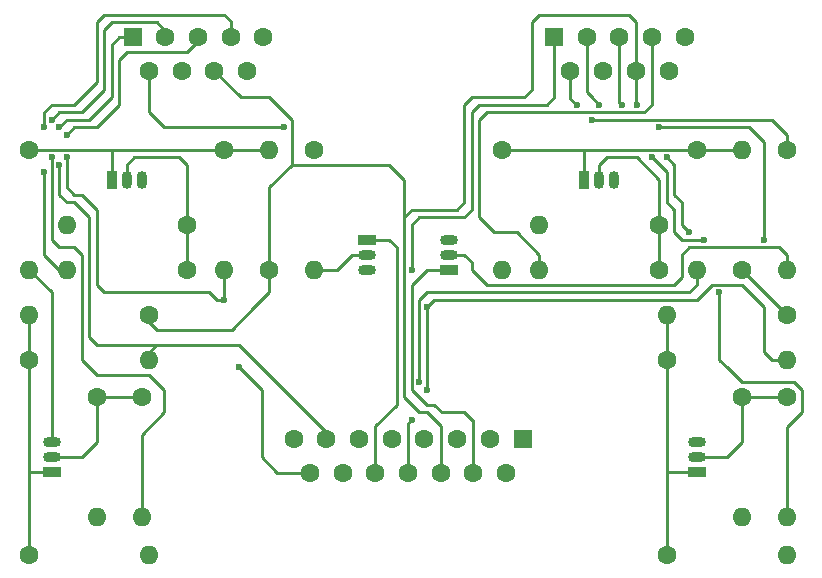
<source format=gtl>
G04 #@! TF.FileFunction,Copper,L1,Top,Signal*
%FSLAX46Y46*%
G04 Gerber Fmt 4.6, Leading zero omitted, Abs format (unit mm)*
G04 Created by KiCad (PCBNEW 4.0.7) date 09/30/18 13:22:59*
%MOMM*%
%LPD*%
G01*
G04 APERTURE LIST*
%ADD10C,0.100000*%
%ADD11C,1.600000*%
%ADD12O,1.600000X1.600000*%
%ADD13R,1.600000X1.600000*%
%ADD14O,1.500000X0.900000*%
%ADD15R,1.500000X0.900000*%
%ADD16O,0.900000X1.500000*%
%ADD17R,0.900000X1.500000*%
%ADD18C,0.600000*%
%ADD19C,0.250000*%
G04 APERTURE END LIST*
D10*
D11*
X118745000Y-106045000D03*
D12*
X118745000Y-116205000D03*
D11*
X114935000Y-116205000D03*
D12*
X114935000Y-106045000D03*
D11*
X111125000Y-106045000D03*
D12*
X111125000Y-116205000D03*
D11*
X94615000Y-106045000D03*
D12*
X94615000Y-116205000D03*
D11*
X107950000Y-116205000D03*
D12*
X97790000Y-116205000D03*
D11*
X107950000Y-112395000D03*
D12*
X97790000Y-112395000D03*
D11*
X104775000Y-120015000D03*
D12*
X94615000Y-120015000D03*
D11*
X94615000Y-123825000D03*
D12*
X104775000Y-123825000D03*
D11*
X94615000Y-140335000D03*
D12*
X104775000Y-140335000D03*
D11*
X104140000Y-127000000D03*
D12*
X104140000Y-137160000D03*
D11*
X100330000Y-127000000D03*
D12*
X100330000Y-137160000D03*
D11*
X158750000Y-106045000D03*
D12*
X158750000Y-116205000D03*
D11*
X154940000Y-116205000D03*
D12*
X154940000Y-106045000D03*
D11*
X151130000Y-106045000D03*
D12*
X151130000Y-116205000D03*
D11*
X134620000Y-106045000D03*
D12*
X134620000Y-116205000D03*
D11*
X147955000Y-116205000D03*
D12*
X137795000Y-116205000D03*
D11*
X147955000Y-112395000D03*
D12*
X137795000Y-112395000D03*
D11*
X158750000Y-120015000D03*
D12*
X148590000Y-120015000D03*
D11*
X148590000Y-123825000D03*
D12*
X158750000Y-123825000D03*
D11*
X148590000Y-140335000D03*
D12*
X158750000Y-140335000D03*
D11*
X158750000Y-127000000D03*
D12*
X158750000Y-137160000D03*
D11*
X154940000Y-127000000D03*
D12*
X154940000Y-137160000D03*
D13*
X136398000Y-130556000D03*
D11*
X133628000Y-130556000D03*
X130858000Y-130556000D03*
X128088000Y-130556000D03*
X125318000Y-130556000D03*
X122548000Y-130556000D03*
X119778000Y-130556000D03*
X117008000Y-130556000D03*
X135013000Y-133396000D03*
X132243000Y-133396000D03*
X129473000Y-133396000D03*
X126703000Y-133396000D03*
X123933000Y-133396000D03*
X121163000Y-133396000D03*
X118393000Y-133396000D03*
D13*
X103378000Y-96520000D03*
D11*
X106148000Y-96520000D03*
X108918000Y-96520000D03*
X111688000Y-96520000D03*
X114458000Y-96520000D03*
X104763000Y-99360000D03*
X107533000Y-99360000D03*
X110303000Y-99360000D03*
X113073000Y-99360000D03*
D13*
X139065000Y-96520000D03*
D11*
X141835000Y-96520000D03*
X144605000Y-96520000D03*
X147375000Y-96520000D03*
X150145000Y-96520000D03*
X140450000Y-99360000D03*
X143220000Y-99360000D03*
X145990000Y-99360000D03*
X148760000Y-99360000D03*
D14*
X123190000Y-114935000D03*
X123190000Y-116205000D03*
D15*
X123190000Y-113665000D03*
D16*
X102870000Y-108585000D03*
X104140000Y-108585000D03*
D17*
X101600000Y-108585000D03*
D14*
X96520000Y-132080000D03*
X96520000Y-130810000D03*
D15*
X96520000Y-133350000D03*
D14*
X130175000Y-114935000D03*
X130175000Y-113665000D03*
D15*
X130175000Y-116205000D03*
D16*
X142875000Y-108585000D03*
X144145000Y-108585000D03*
D17*
X141605000Y-108585000D03*
D14*
X151130000Y-132080000D03*
X151130000Y-130810000D03*
D15*
X151130000Y-133350000D03*
D18*
X147955000Y-104140000D03*
X156845000Y-113665000D03*
X146050000Y-102235000D03*
X128270000Y-119380000D03*
X127000000Y-116205000D03*
X128270000Y-126365000D03*
X97155000Y-107315000D03*
X97155000Y-104140000D03*
X150495000Y-113030000D03*
X148590000Y-106680000D03*
X144780000Y-102235000D03*
X127000000Y-128905000D03*
X127635000Y-125730000D03*
X97790000Y-106680000D03*
X97790000Y-104775000D03*
X111125000Y-118745000D03*
X112395000Y-124460000D03*
X96520000Y-106680000D03*
X96520000Y-103505000D03*
X95885000Y-107950000D03*
X95885000Y-104140000D03*
X116205000Y-104140000D03*
X153035000Y-118110000D03*
X151765000Y-113665000D03*
X147320000Y-106680000D03*
X142875000Y-102235000D03*
X142240000Y-103505000D03*
X140970000Y-102235000D03*
D19*
X96520000Y-130810000D02*
X96520000Y-118110000D01*
X96520000Y-118110000D02*
X94615000Y-116205000D01*
X123933000Y-129432000D02*
X125730000Y-127635000D01*
X123933000Y-129432000D02*
X123933000Y-133396000D01*
X123190000Y-113665000D02*
X125095000Y-113665000D01*
X125730000Y-127635000D02*
X125730000Y-125730000D01*
X125730000Y-114300000D02*
X125730000Y-125730000D01*
X125095000Y-113665000D02*
X125730000Y-114300000D01*
X123190000Y-114935000D02*
X121920000Y-114935000D01*
X120650000Y-116205000D02*
X118745000Y-116205000D01*
X121920000Y-114935000D02*
X120650000Y-116205000D01*
X102870000Y-108585000D02*
X102870000Y-107315000D01*
X107950000Y-107315000D02*
X107950000Y-112395000D01*
X107315000Y-106680000D02*
X107950000Y-107315000D01*
X103505000Y-106680000D02*
X107315000Y-106680000D01*
X102870000Y-107315000D02*
X103505000Y-106680000D01*
X107950000Y-112395000D02*
X107950000Y-116205000D01*
X101600000Y-108585000D02*
X101600000Y-106045000D01*
X102745000Y-106045000D02*
X102870000Y-106045000D01*
X102870000Y-106045000D02*
X101600000Y-106045000D01*
X101600000Y-106045000D02*
X100312000Y-106045000D01*
X111125000Y-106045000D02*
X102870000Y-106045000D01*
X94615000Y-106045000D02*
X100312000Y-106045000D01*
X111125000Y-106045000D02*
X114935000Y-106045000D01*
X96520000Y-132080000D02*
X99060000Y-132080000D01*
X100330000Y-130810000D02*
X99060000Y-132080000D01*
X100330000Y-130810000D02*
X100330000Y-127000000D01*
X100330000Y-127000000D02*
X104140000Y-127000000D01*
X96520000Y-133350000D02*
X94615000Y-133350000D01*
X94615000Y-133350000D02*
X94615000Y-130810000D01*
X94615000Y-140335000D02*
X94615000Y-135255000D01*
X94615000Y-133350000D02*
X94615000Y-135255000D01*
X94615000Y-130175000D02*
X94615000Y-123825000D01*
X94615000Y-130810000D02*
X94615000Y-130175000D01*
X94615000Y-120015000D02*
X94615000Y-123825000D01*
X155575000Y-104140000D02*
X156845000Y-105410000D01*
X147955000Y-104140000D02*
X155575000Y-104140000D01*
X145990000Y-99360000D02*
X145990000Y-102175000D01*
X156845000Y-105410000D02*
X156845000Y-113665000D01*
X145990000Y-102175000D02*
X146050000Y-102235000D01*
X145415000Y-94615000D02*
X137795000Y-94615000D01*
X137795000Y-94615000D02*
X137160000Y-95250000D01*
X154940000Y-116205000D02*
X158750000Y-120015000D01*
X126365000Y-111760000D02*
X127000000Y-111125000D01*
X127000000Y-111125000D02*
X130810000Y-111125000D01*
X130810000Y-111125000D02*
X131445000Y-110490000D01*
X131445000Y-110490000D02*
X131445000Y-102235000D01*
X131445000Y-102235000D02*
X132080000Y-101600000D01*
X132080000Y-101600000D02*
X136525000Y-101600000D01*
X136525000Y-101600000D02*
X137160000Y-100965000D01*
X137160000Y-100965000D02*
X137160000Y-95250000D01*
X145990000Y-99360000D02*
X145990000Y-95190000D01*
X145990000Y-95190000D02*
X145415000Y-94615000D01*
X126365000Y-124460000D02*
X126365000Y-127000000D01*
X128270000Y-128270000D02*
X129473000Y-129473000D01*
X127635000Y-128270000D02*
X128270000Y-128270000D01*
X126365000Y-127000000D02*
X127635000Y-128270000D01*
X129473000Y-133396000D02*
X129473000Y-129473000D01*
X125095000Y-107315000D02*
X116840000Y-107315000D01*
X126365000Y-108585000D02*
X125095000Y-107315000D01*
X126365000Y-124460000D02*
X126365000Y-111760000D01*
X126365000Y-111760000D02*
X126365000Y-108585000D01*
X113665000Y-119380000D02*
X111760000Y-121285000D01*
X104775000Y-120015000D02*
X104775000Y-120650000D01*
X104775000Y-120650000D02*
X105410000Y-121285000D01*
X105410000Y-121285000D02*
X111760000Y-121285000D01*
X114935000Y-116205000D02*
X114935000Y-118110000D01*
X114935000Y-118110000D02*
X113665000Y-119380000D01*
X114935000Y-116205000D02*
X114935000Y-109220000D01*
X112543000Y-101600000D02*
X110303000Y-99360000D01*
X114935000Y-101600000D02*
X112543000Y-101600000D01*
X116840000Y-103505000D02*
X114935000Y-101600000D01*
X116840000Y-107315000D02*
X116840000Y-103505000D01*
X114935000Y-109220000D02*
X116840000Y-107315000D01*
X151130000Y-118745000D02*
X152400000Y-117475000D01*
X154940000Y-117475000D02*
X156210000Y-118745000D01*
X152400000Y-117475000D02*
X154940000Y-117475000D01*
X139065000Y-96520000D02*
X139065000Y-101600000D01*
X127635000Y-111760000D02*
X127000000Y-112395000D01*
X131445000Y-111760000D02*
X127635000Y-111760000D01*
X132080000Y-111125000D02*
X131445000Y-111760000D01*
X132080000Y-102870000D02*
X132080000Y-111125000D01*
X132715000Y-102235000D02*
X132080000Y-102870000D01*
X138430000Y-102235000D02*
X132715000Y-102235000D01*
X139065000Y-101600000D02*
X138430000Y-102235000D01*
X127000000Y-112395000D02*
X127000000Y-116205000D01*
X156845000Y-120015000D02*
X156845000Y-119380000D01*
X156845000Y-119380000D02*
X156210000Y-118745000D01*
X128270000Y-126365000D02*
X128270000Y-119380000D01*
X157480000Y-123825000D02*
X158750000Y-123825000D01*
X156845000Y-123190000D02*
X157480000Y-123825000D01*
X156845000Y-120015000D02*
X156845000Y-123190000D01*
X128905000Y-118745000D02*
X150495000Y-118745000D01*
X150495000Y-118745000D02*
X151130000Y-118745000D01*
X128270000Y-119380000D02*
X128905000Y-118745000D01*
X99695000Y-103505000D02*
X97790000Y-103505000D01*
X98425000Y-110490000D02*
X99695000Y-111760000D01*
X97790000Y-110490000D02*
X98425000Y-110490000D01*
X97155000Y-109855000D02*
X97790000Y-110490000D01*
X97155000Y-107315000D02*
X97155000Y-109855000D01*
X97790000Y-103505000D02*
X97155000Y-104140000D01*
X119778000Y-130556000D02*
X119778000Y-129938000D01*
X119778000Y-129938000D02*
X112395000Y-122555000D01*
X101600000Y-101600000D02*
X101600000Y-97155000D01*
X102235000Y-96520000D02*
X103378000Y-96520000D01*
X101600000Y-97155000D02*
X102235000Y-96520000D01*
X105410000Y-122555000D02*
X100330000Y-122555000D01*
X100330000Y-122555000D02*
X99695000Y-121920000D01*
X99695000Y-121920000D02*
X99695000Y-111760000D01*
X99695000Y-103505000D02*
X101600000Y-101600000D01*
X103378000Y-96647000D02*
X103378000Y-96520000D01*
X104775000Y-123825000D02*
X104775000Y-123190000D01*
X104775000Y-123190000D02*
X105410000Y-122555000D01*
X105410000Y-122555000D02*
X112395000Y-122555000D01*
X130175000Y-116205000D02*
X128270000Y-116205000D01*
X132243000Y-128905000D02*
X132243000Y-133396000D01*
X132080000Y-128905000D02*
X131445000Y-128270000D01*
X131445000Y-128270000D02*
X129540000Y-128270000D01*
X129540000Y-128270000D02*
X128905000Y-127635000D01*
X128905000Y-127635000D02*
X128270000Y-127635000D01*
X128270000Y-127635000D02*
X127000000Y-126365000D01*
X127000000Y-126365000D02*
X127000000Y-117475000D01*
X127000000Y-117475000D02*
X128270000Y-116205000D01*
X132243000Y-128905000D02*
X132080000Y-128905000D01*
X144605000Y-100790000D02*
X144605000Y-102060000D01*
X144605000Y-96520000D02*
X144605000Y-100790000D01*
X150495000Y-113030000D02*
X149860000Y-112395000D01*
X149860000Y-112395000D02*
X149860000Y-110490000D01*
X149860000Y-110490000D02*
X149225000Y-109855000D01*
X149225000Y-109855000D02*
X149225000Y-107315000D01*
X149225000Y-107315000D02*
X148590000Y-106680000D01*
X144605000Y-102060000D02*
X144780000Y-102235000D01*
X151130000Y-116205000D02*
X151130000Y-117475000D01*
X150495000Y-118110000D02*
X149225000Y-118110000D01*
X151130000Y-117475000D02*
X150495000Y-118110000D01*
X126703000Y-129202000D02*
X127000000Y-128905000D01*
X126703000Y-133396000D02*
X126703000Y-129202000D01*
X128270000Y-118110000D02*
X149225000Y-118110000D01*
X127635000Y-118745000D02*
X128270000Y-118110000D01*
X127635000Y-125730000D02*
X127635000Y-118745000D01*
X100330000Y-104140000D02*
X98425000Y-104140000D01*
X99060000Y-109855000D02*
X100330000Y-111125000D01*
X98425000Y-109855000D02*
X99060000Y-109855000D01*
X97790000Y-109220000D02*
X98425000Y-109855000D01*
X97790000Y-106680000D02*
X97790000Y-109220000D01*
X98425000Y-104140000D02*
X97790000Y-104775000D01*
X114300000Y-126365000D02*
X114300000Y-132080000D01*
X114300000Y-126365000D02*
X112395000Y-124460000D01*
X115616000Y-133396000D02*
X118393000Y-133396000D01*
X114300000Y-132080000D02*
X115616000Y-133396000D01*
X102235000Y-98425000D02*
X102235000Y-102235000D01*
X102870000Y-97790000D02*
X102235000Y-98425000D01*
X107950000Y-97790000D02*
X102870000Y-97790000D01*
X108918000Y-96822000D02*
X107950000Y-97790000D01*
X110490000Y-118745000D02*
X111125000Y-118745000D01*
X109855000Y-118110000D02*
X110490000Y-118745000D01*
X100965000Y-118110000D02*
X109855000Y-118110000D01*
X100330000Y-117475000D02*
X100965000Y-118110000D01*
X100330000Y-116205000D02*
X100330000Y-117475000D01*
X100330000Y-111125000D02*
X100330000Y-116205000D01*
X102235000Y-102235000D02*
X100330000Y-104140000D01*
X108918000Y-96520000D02*
X108918000Y-96822000D01*
X111125000Y-118745000D02*
X111125000Y-116205000D01*
X99060000Y-102870000D02*
X97155000Y-102870000D01*
X98425000Y-114300000D02*
X99060000Y-114935000D01*
X97155000Y-114300000D02*
X98425000Y-114300000D01*
X96520000Y-113665000D02*
X97155000Y-114300000D01*
X96520000Y-106680000D02*
X96520000Y-113665000D01*
X97155000Y-102870000D02*
X96520000Y-103505000D01*
X106148000Y-96520000D02*
X106148000Y-95988000D01*
X106148000Y-95988000D02*
X105410000Y-95250000D01*
X105410000Y-95250000D02*
X101600000Y-95250000D01*
X101600000Y-95250000D02*
X100965000Y-95885000D01*
X102235000Y-125095000D02*
X100330000Y-125095000D01*
X104140000Y-130175000D02*
X106045000Y-128270000D01*
X106045000Y-128270000D02*
X106045000Y-126365000D01*
X106045000Y-126365000D02*
X104775000Y-125095000D01*
X104775000Y-125095000D02*
X102235000Y-125095000D01*
X104140000Y-137160000D02*
X104140000Y-130175000D01*
X99060000Y-123825000D02*
X99060000Y-114935000D01*
X100330000Y-125095000D02*
X99060000Y-123825000D01*
X100965000Y-100965000D02*
X100965000Y-95885000D01*
X99060000Y-102870000D02*
X100965000Y-100965000D01*
X98425000Y-102235000D02*
X96520000Y-102235000D01*
X95885000Y-107950000D02*
X95885000Y-111125000D01*
X95885000Y-102870000D02*
X95885000Y-104140000D01*
X96520000Y-102235000D02*
X95885000Y-102870000D01*
X100330000Y-95250000D02*
X100965000Y-94615000D01*
X100330000Y-100330000D02*
X100330000Y-95250000D01*
X99695000Y-100965000D02*
X100330000Y-100330000D01*
X98425000Y-102235000D02*
X99695000Y-100965000D01*
X95885000Y-114935000D02*
X95885000Y-111125000D01*
X97155000Y-116205000D02*
X95885000Y-114935000D01*
X111688000Y-95178000D02*
X111688000Y-96520000D01*
X111125000Y-94615000D02*
X111688000Y-95178000D01*
X100965000Y-94615000D02*
X111125000Y-94615000D01*
X97790000Y-116205000D02*
X97155000Y-116205000D01*
X104763000Y-99360000D02*
X104763000Y-102858000D01*
X106045000Y-104140000D02*
X116205000Y-104140000D01*
X104763000Y-102858000D02*
X106045000Y-104140000D01*
X151765000Y-113665000D02*
X149860000Y-113665000D01*
X149225000Y-113030000D02*
X149225000Y-111125000D01*
X149860000Y-113665000D02*
X149225000Y-113030000D01*
X141835000Y-100560000D02*
X141835000Y-101195000D01*
X149225000Y-111125000D02*
X148590000Y-110490000D01*
X148590000Y-110490000D02*
X148590000Y-107950000D01*
X148590000Y-107950000D02*
X147320000Y-106680000D01*
X142875000Y-102235000D02*
X142240000Y-101600000D01*
X153670000Y-124460000D02*
X153035000Y-123825000D01*
X154940000Y-125730000D02*
X153670000Y-124460000D01*
X160020000Y-128270000D02*
X160020000Y-126365000D01*
X158750000Y-129540000D02*
X160020000Y-128270000D01*
X158750000Y-137160000D02*
X158750000Y-129540000D01*
X159385000Y-125730000D02*
X157480000Y-125730000D01*
X160020000Y-126365000D02*
X159385000Y-125730000D01*
X157480000Y-125730000D02*
X154940000Y-125730000D01*
X153035000Y-123825000D02*
X153035000Y-120015000D01*
X141835000Y-100560000D02*
X141835000Y-96520000D01*
X153035000Y-120015000D02*
X153035000Y-118110000D01*
X141835000Y-101195000D02*
X142240000Y-101600000D01*
X147320000Y-96575000D02*
X147375000Y-96520000D01*
X147320000Y-102235000D02*
X147320000Y-96575000D01*
X146685000Y-102870000D02*
X147320000Y-102235000D01*
X137795000Y-114935000D02*
X135890000Y-113030000D01*
X135890000Y-113030000D02*
X133985000Y-113030000D01*
X133985000Y-113030000D02*
X132715000Y-111760000D01*
X132715000Y-111760000D02*
X132715000Y-103505000D01*
X132715000Y-103505000D02*
X133350000Y-102870000D01*
X133350000Y-102870000D02*
X144780000Y-102870000D01*
X137795000Y-116205000D02*
X137795000Y-114935000D01*
X146685000Y-102870000D02*
X144780000Y-102870000D01*
X140450000Y-99360000D02*
X140450000Y-101715000D01*
X158750000Y-104775000D02*
X158750000Y-106045000D01*
X157480000Y-103505000D02*
X158750000Y-104775000D01*
X142240000Y-103505000D02*
X157480000Y-103505000D01*
X140450000Y-101715000D02*
X140970000Y-102235000D01*
X130175000Y-114935000D02*
X131445000Y-114935000D01*
X146685000Y-117475000D02*
X148590000Y-117475000D01*
X158115000Y-114300000D02*
X150495000Y-114300000D01*
X158750000Y-114935000D02*
X158115000Y-114300000D01*
X158750000Y-114935000D02*
X158750000Y-116205000D01*
X149225000Y-117475000D02*
X149860000Y-116840000D01*
X149860000Y-116840000D02*
X149860000Y-114935000D01*
X149860000Y-114935000D02*
X150495000Y-114300000D01*
X148590000Y-117475000D02*
X149225000Y-117475000D01*
X133350000Y-117475000D02*
X132080000Y-116205000D01*
X132080000Y-116205000D02*
X132080000Y-115570000D01*
X146685000Y-117475000D02*
X133350000Y-117475000D01*
X131445000Y-114935000D02*
X132080000Y-115570000D01*
X147955000Y-108585000D02*
X146050000Y-106680000D01*
X147955000Y-112395000D02*
X147955000Y-108585000D01*
X142875000Y-107315000D02*
X142875000Y-108585000D01*
X143510000Y-106680000D02*
X142875000Y-107315000D01*
X146050000Y-106680000D02*
X143510000Y-106680000D01*
X147955000Y-116205000D02*
X147955000Y-112395000D01*
X141605000Y-108585000D02*
X141605000Y-106045000D01*
X134620000Y-106045000D02*
X141605000Y-106045000D01*
X141605000Y-106045000D02*
X142875000Y-106045000D01*
X142875000Y-106045000D02*
X151130000Y-106045000D01*
X151130000Y-106045000D02*
X154940000Y-106045000D01*
X151130000Y-132080000D02*
X153670000Y-132080000D01*
X154940000Y-130810000D02*
X153670000Y-132080000D01*
X154940000Y-130810000D02*
X154940000Y-127000000D01*
X154940000Y-127000000D02*
X158750000Y-127000000D01*
X151130000Y-133350000D02*
X148590000Y-133350000D01*
X148590000Y-133350000D02*
X148590000Y-130810000D01*
X148590000Y-140335000D02*
X148590000Y-133350000D01*
X148590000Y-130810000D02*
X148590000Y-123825000D01*
X148590000Y-120015000D02*
X148590000Y-123825000D01*
M02*

</source>
